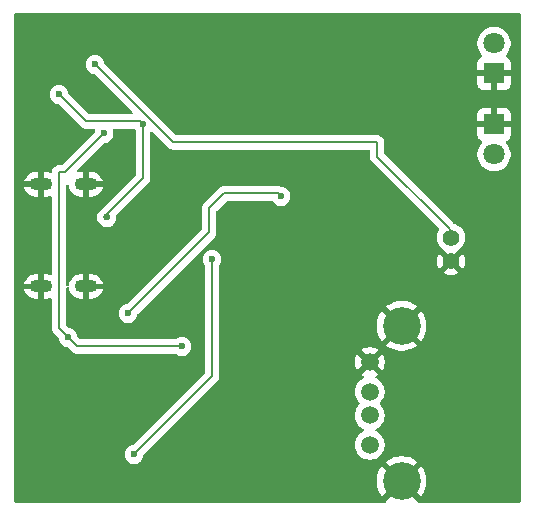
<source format=gbr>
%TF.GenerationSoftware,KiCad,Pcbnew,9.0.7*%
%TF.CreationDate,2026-01-22T17:41:33-08:00*%
%TF.ProjectId,charging-circuit,63686172-6769-46e6-972d-636972637569,rev?*%
%TF.SameCoordinates,Original*%
%TF.FileFunction,Copper,L2,Bot*%
%TF.FilePolarity,Positive*%
%FSLAX46Y46*%
G04 Gerber Fmt 4.6, Leading zero omitted, Abs format (unit mm)*
G04 Created by KiCad (PCBNEW 9.0.7) date 2026-01-22 17:41:33*
%MOMM*%
%LPD*%
G01*
G04 APERTURE LIST*
%TA.AperFunction,ComponentPad*%
%ADD10C,1.400000*%
%TD*%
%TA.AperFunction,ComponentPad*%
%ADD11O,1.900000X1.100000*%
%TD*%
%TA.AperFunction,ComponentPad*%
%ADD12C,1.520000*%
%TD*%
%TA.AperFunction,ComponentPad*%
%ADD13C,3.200000*%
%TD*%
%TA.AperFunction,ComponentPad*%
%ADD14C,1.800000*%
%TD*%
%TA.AperFunction,ComponentPad*%
%ADD15R,1.800000X1.800000*%
%TD*%
%TA.AperFunction,ViaPad*%
%ADD16C,0.600000*%
%TD*%
%TA.AperFunction,Conductor*%
%ADD17C,0.200000*%
%TD*%
G04 APERTURE END LIST*
D10*
%TO.P,U5,1,1*%
%TO.N,GND*%
X84498218Y-77370410D03*
%TO.P,U5,2,2*%
%TO.N,Net-(U4-V_{BAT_SENSE})*%
X84498218Y-75370410D03*
%TD*%
D11*
%TO.P,J1,S1,SHIELD*%
%TO.N,GND*%
X53598000Y-70864000D03*
X49788000Y-70864000D03*
X53598000Y-79504000D03*
X49788000Y-79504000D03*
%TD*%
D12*
%TO.P,J2,4,GND*%
%TO.N,GND*%
X77616000Y-85908000D03*
%TO.P,J2,3,D+*%
%TO.N,Net-(J2-D+)*%
X77616000Y-88408000D03*
%TO.P,J2,2,D-*%
X77616000Y-90408000D03*
%TO.P,J2,1,VBUS*%
%TO.N,/5 Vout*%
X77616000Y-92908000D03*
D13*
%TO.P,J2,5,Shield*%
%TO.N,GND*%
X80316000Y-95978000D03*
X80316000Y-82838000D03*
%TD*%
D14*
%TO.P,H2,2,2*%
%TO.N,/5 Vout*%
X88138000Y-68326000D03*
D15*
%TO.P,H2,1,1*%
%TO.N,GND*%
X88138000Y-65786000D03*
%TD*%
D14*
%TO.P,H1,2,2*%
%TO.N,/12 Vout*%
X88138000Y-58928000D03*
D15*
%TO.P,H1,1,1*%
%TO.N,GND*%
X88138000Y-61468000D03*
%TD*%
D16*
%TO.N,GND*%
X57658000Y-79502000D03*
X59436000Y-82804000D03*
X67056000Y-86868000D03*
X48260000Y-88392000D03*
X53594000Y-63754000D03*
X49022000Y-62230000D03*
X71628000Y-92964000D03*
X60198000Y-89154000D03*
X55118000Y-85852000D03*
X52324000Y-86614000D03*
X59944000Y-69596000D03*
X55880000Y-59182000D03*
X61976000Y-60452000D03*
X52832000Y-60706000D03*
%TO.N,Net-(U3-SW)*%
X64262000Y-77216000D03*
X57658000Y-93726000D03*
%TO.N,Net-(U4-V_{BAT_SENSE})*%
X54356000Y-60706000D03*
%TO.N,/VSYS*%
X55118000Y-66548000D03*
X61722000Y-84582000D03*
%TO.N,/12 Vout*%
X70104000Y-71882000D03*
X57150000Y-81788000D03*
%TO.N,VBUS*%
X55374000Y-73660000D03*
X51308000Y-63246000D03*
X58420000Y-65786000D03*
%TO.N,/VSYS*%
X52070000Y-83820000D03*
%TD*%
D17*
%TO.N,VBUS*%
X58420000Y-65786000D02*
X58166000Y-65532000D01*
X58166000Y-65532000D02*
X53594000Y-65532000D01*
X53594000Y-65532000D02*
X51308000Y-63246000D01*
%TO.N,Net-(U3-SW)*%
X64262000Y-87122000D02*
X57658000Y-93726000D01*
X64262000Y-77216000D02*
X64262000Y-87122000D01*
%TO.N,Net-(U4-V_{BAT_SENSE})*%
X54356000Y-60706000D02*
X60960000Y-67310000D01*
X60960000Y-67310000D02*
X78232000Y-67310000D01*
X78232000Y-67310000D02*
X78232000Y-68506000D01*
X78232000Y-68506000D02*
X84385500Y-74659500D01*
%TO.N,/VSYS*%
X51816000Y-69850000D02*
X51308000Y-69850000D01*
X55118000Y-66548000D02*
X51816000Y-69850000D01*
X51308000Y-83058000D02*
X52070000Y-83820000D01*
X51308000Y-69850000D02*
X51308000Y-83058000D01*
X52832000Y-84582000D02*
X52070000Y-83820000D01*
X61722000Y-84582000D02*
X52832000Y-84582000D01*
%TO.N,/12 Vout*%
X65278000Y-71628000D02*
X69850000Y-71628000D01*
X69850000Y-71628000D02*
X70104000Y-71882000D01*
X64008000Y-74930000D02*
X64008000Y-72898000D01*
X64008000Y-72898000D02*
X65278000Y-71628000D01*
X57150000Y-81788000D02*
X64008000Y-74930000D01*
%TO.N,VBUS*%
X58420000Y-70358000D02*
X55118000Y-73660000D01*
X58420000Y-65786000D02*
X58420000Y-70358000D01*
%TD*%
%TA.AperFunction,Conductor*%
%TO.N,GND*%
G36*
X90374539Y-56400185D02*
G01*
X90420294Y-56452989D01*
X90431500Y-56504500D01*
X90431500Y-97673500D01*
X90411815Y-97740539D01*
X90359011Y-97786294D01*
X90307500Y-97797500D01*
X81735052Y-97797500D01*
X81668013Y-97777815D01*
X81622258Y-97725011D01*
X81611317Y-97665390D01*
X81613686Y-97629239D01*
X80934541Y-96950095D01*
X81065182Y-96855179D01*
X81193179Y-96727182D01*
X81288095Y-96596541D01*
X81967239Y-97275686D01*
X81967241Y-97275686D01*
X82065825Y-97147211D01*
X82065836Y-97147194D01*
X82203472Y-96908802D01*
X82203479Y-96908787D01*
X82308819Y-96654471D01*
X82380069Y-96388565D01*
X82416000Y-96115641D01*
X82416000Y-95840358D01*
X82380069Y-95567434D01*
X82308819Y-95301528D01*
X82203479Y-95047212D01*
X82203472Y-95047197D01*
X82065836Y-94808804D01*
X81967240Y-94680312D01*
X81288094Y-95359457D01*
X81193179Y-95228818D01*
X81065182Y-95100821D01*
X80934541Y-95005904D01*
X81613686Y-94326758D01*
X81485196Y-94228163D01*
X81246802Y-94090527D01*
X81246787Y-94090520D01*
X80992471Y-93985180D01*
X80726565Y-93913930D01*
X80453642Y-93878000D01*
X80178358Y-93878000D01*
X79905434Y-93913930D01*
X79639528Y-93985180D01*
X79385212Y-94090520D01*
X79385197Y-94090527D01*
X79146799Y-94228166D01*
X79018312Y-94326757D01*
X79018312Y-94326758D01*
X79697458Y-95005904D01*
X79566818Y-95100821D01*
X79438821Y-95228818D01*
X79343904Y-95359458D01*
X78664758Y-94680312D01*
X78664757Y-94680312D01*
X78566166Y-94808799D01*
X78428527Y-95047197D01*
X78428520Y-95047212D01*
X78323180Y-95301528D01*
X78251930Y-95567434D01*
X78216000Y-95840358D01*
X78216000Y-96115641D01*
X78251930Y-96388565D01*
X78323180Y-96654471D01*
X78428520Y-96908787D01*
X78428527Y-96908802D01*
X78566163Y-97147196D01*
X78664758Y-97275686D01*
X79343903Y-96596540D01*
X79438821Y-96727182D01*
X79566818Y-96855179D01*
X79697458Y-96950094D01*
X79018311Y-97629241D01*
X79020681Y-97665390D01*
X79005424Y-97733573D01*
X78955725Y-97782684D01*
X78896947Y-97797500D01*
X47614500Y-97797500D01*
X47547461Y-97777815D01*
X47501706Y-97725011D01*
X47490500Y-97673500D01*
X47490500Y-93647153D01*
X56857500Y-93647153D01*
X56857500Y-93804846D01*
X56888261Y-93959489D01*
X56888264Y-93959501D01*
X56948602Y-94105172D01*
X56948609Y-94105185D01*
X57036210Y-94236288D01*
X57036213Y-94236292D01*
X57147707Y-94347786D01*
X57147711Y-94347789D01*
X57278814Y-94435390D01*
X57278827Y-94435397D01*
X57424498Y-94495735D01*
X57424503Y-94495737D01*
X57579153Y-94526499D01*
X57579156Y-94526500D01*
X57579158Y-94526500D01*
X57736844Y-94526500D01*
X57736845Y-94526499D01*
X57891497Y-94495737D01*
X58037179Y-94435394D01*
X58168289Y-94347789D01*
X58189321Y-94326757D01*
X58229049Y-94287030D01*
X58279786Y-94236292D01*
X58279789Y-94236289D01*
X58367394Y-94105179D01*
X58427737Y-93959497D01*
X58447113Y-93862085D01*
X58458638Y-93804150D01*
X58491023Y-93742239D01*
X58492518Y-93740716D01*
X63924443Y-88308790D01*
X76355500Y-88308790D01*
X76355500Y-88507209D01*
X76386536Y-88703162D01*
X76386537Y-88703168D01*
X76433140Y-88846596D01*
X76447850Y-88891868D01*
X76509021Y-89011922D01*
X76537923Y-89068646D01*
X76654544Y-89229161D01*
X76654546Y-89229163D01*
X76745702Y-89320319D01*
X76779187Y-89381642D01*
X76774203Y-89451334D01*
X76745702Y-89495681D01*
X76654546Y-89586836D01*
X76654546Y-89586837D01*
X76654544Y-89586839D01*
X76600477Y-89661255D01*
X76537926Y-89747349D01*
X76537924Y-89747352D01*
X76447850Y-89924131D01*
X76417193Y-90018484D01*
X76386537Y-90112832D01*
X76386536Y-90112835D01*
X76386536Y-90112837D01*
X76355500Y-90308790D01*
X76355500Y-90507209D01*
X76386536Y-90703162D01*
X76386537Y-90703168D01*
X76433140Y-90846596D01*
X76447850Y-90891868D01*
X76509021Y-91011922D01*
X76537923Y-91068646D01*
X76654544Y-91229161D01*
X76794839Y-91369456D01*
X76955354Y-91486077D01*
X77069611Y-91544293D01*
X77075934Y-91547515D01*
X77126730Y-91595490D01*
X77143525Y-91663311D01*
X77120988Y-91729446D01*
X77075934Y-91768485D01*
X76955352Y-91829924D01*
X76955349Y-91829926D01*
X76869255Y-91892477D01*
X76794839Y-91946544D01*
X76794837Y-91946546D01*
X76794836Y-91946546D01*
X76654546Y-92086836D01*
X76654546Y-92086837D01*
X76654544Y-92086839D01*
X76600477Y-92161255D01*
X76537926Y-92247349D01*
X76537924Y-92247352D01*
X76447850Y-92424131D01*
X76417193Y-92518484D01*
X76386537Y-92612832D01*
X76386536Y-92612835D01*
X76386536Y-92612837D01*
X76355500Y-92808790D01*
X76355500Y-93007209D01*
X76370864Y-93104211D01*
X76386537Y-93203168D01*
X76390613Y-93215711D01*
X76447850Y-93391868D01*
X76499130Y-93492510D01*
X76537923Y-93568646D01*
X76654544Y-93729161D01*
X76794839Y-93869456D01*
X76955354Y-93986077D01*
X77068800Y-94043880D01*
X77132131Y-94076149D01*
X77132133Y-94076149D01*
X77132136Y-94076151D01*
X77320832Y-94137463D01*
X77418814Y-94152981D01*
X77516791Y-94168500D01*
X77516796Y-94168500D01*
X77715209Y-94168500D01*
X77804278Y-94154392D01*
X77911168Y-94137463D01*
X78099864Y-94076151D01*
X78276646Y-93986077D01*
X78437161Y-93869456D01*
X78577456Y-93729161D01*
X78694077Y-93568646D01*
X78784151Y-93391864D01*
X78845463Y-93203168D01*
X78862392Y-93096278D01*
X78876500Y-93007209D01*
X78876500Y-92808790D01*
X78859570Y-92701906D01*
X78845463Y-92612832D01*
X78784151Y-92424136D01*
X78784149Y-92424133D01*
X78784149Y-92424131D01*
X78751880Y-92360800D01*
X78694077Y-92247354D01*
X78577456Y-92086839D01*
X78437161Y-91946544D01*
X78276646Y-91829923D01*
X78156063Y-91768484D01*
X78105269Y-91720511D01*
X78088474Y-91652690D01*
X78111011Y-91586555D01*
X78156063Y-91547516D01*
X78276646Y-91486077D01*
X78437161Y-91369456D01*
X78577456Y-91229161D01*
X78694077Y-91068646D01*
X78784151Y-90891864D01*
X78845463Y-90703168D01*
X78862392Y-90596278D01*
X78876500Y-90507209D01*
X78876500Y-90308790D01*
X78859570Y-90201906D01*
X78845463Y-90112832D01*
X78784151Y-89924136D01*
X78784149Y-89924133D01*
X78784149Y-89924131D01*
X78751880Y-89860800D01*
X78694077Y-89747354D01*
X78577456Y-89586839D01*
X78486298Y-89495681D01*
X78452813Y-89434358D01*
X78457797Y-89364666D01*
X78486298Y-89320319D01*
X78577456Y-89229161D01*
X78694077Y-89068646D01*
X78784151Y-88891864D01*
X78845463Y-88703168D01*
X78862392Y-88596278D01*
X78876500Y-88507209D01*
X78876500Y-88308790D01*
X78859570Y-88201906D01*
X78845463Y-88112832D01*
X78784151Y-87924136D01*
X78784149Y-87924133D01*
X78784149Y-87924131D01*
X78751880Y-87860800D01*
X78694077Y-87747354D01*
X78577456Y-87586839D01*
X78437161Y-87446544D01*
X78276646Y-87329923D01*
X78155513Y-87268203D01*
X78104718Y-87220230D01*
X78087923Y-87152409D01*
X78110460Y-87086274D01*
X78155514Y-87047234D01*
X78276383Y-86985648D01*
X78313283Y-86958837D01*
X78313284Y-86958836D01*
X77712745Y-86358297D01*
X77793551Y-86336646D01*
X77898443Y-86276087D01*
X77984087Y-86190443D01*
X78044646Y-86085551D01*
X78066297Y-86004745D01*
X78666836Y-86605284D01*
X78666837Y-86605283D01*
X78693648Y-86568382D01*
X78783688Y-86391672D01*
X78783689Y-86391669D01*
X78844973Y-86203052D01*
X78876000Y-86007163D01*
X78876000Y-85808836D01*
X78844973Y-85612947D01*
X78783689Y-85424330D01*
X78783688Y-85424327D01*
X78693645Y-85247612D01*
X78666838Y-85210715D01*
X78666837Y-85210714D01*
X78066297Y-85811254D01*
X78044646Y-85730449D01*
X77984087Y-85625557D01*
X77898443Y-85539913D01*
X77793551Y-85479354D01*
X77712744Y-85457701D01*
X78313283Y-84857161D01*
X78276380Y-84830350D01*
X78099672Y-84740311D01*
X78099669Y-84740310D01*
X77911052Y-84679026D01*
X77715163Y-84648000D01*
X77516837Y-84648000D01*
X77320947Y-84679026D01*
X77132330Y-84740310D01*
X77132322Y-84740313D01*
X76955615Y-84830352D01*
X76918715Y-84857160D01*
X76918715Y-84857161D01*
X77519255Y-85457701D01*
X77438449Y-85479354D01*
X77333557Y-85539913D01*
X77247913Y-85625557D01*
X77187354Y-85730449D01*
X77165701Y-85811255D01*
X76565161Y-85210715D01*
X76565160Y-85210715D01*
X76538352Y-85247615D01*
X76448313Y-85424322D01*
X76448310Y-85424330D01*
X76387026Y-85612947D01*
X76356000Y-85808836D01*
X76356000Y-86007163D01*
X76387026Y-86203052D01*
X76448310Y-86391669D01*
X76448311Y-86391672D01*
X76538350Y-86568380D01*
X76565161Y-86605283D01*
X77165701Y-86004743D01*
X77187354Y-86085551D01*
X77247913Y-86190443D01*
X77333557Y-86276087D01*
X77438449Y-86336646D01*
X77519254Y-86358297D01*
X76918714Y-86958837D01*
X76918715Y-86958838D01*
X76955612Y-86985645D01*
X77076485Y-87047234D01*
X77127281Y-87095209D01*
X77144076Y-87163030D01*
X77121539Y-87229165D01*
X77076485Y-87268204D01*
X76955352Y-87329924D01*
X76955349Y-87329926D01*
X76869255Y-87392477D01*
X76794839Y-87446544D01*
X76794837Y-87446546D01*
X76794836Y-87446546D01*
X76654546Y-87586836D01*
X76654546Y-87586837D01*
X76654544Y-87586839D01*
X76635732Y-87612732D01*
X76537926Y-87747349D01*
X76537924Y-87747352D01*
X76447850Y-87924131D01*
X76417193Y-88018484D01*
X76386537Y-88112832D01*
X76386536Y-88112835D01*
X76386536Y-88112837D01*
X76355500Y-88308790D01*
X63924443Y-88308790D01*
X64620506Y-87612727D01*
X64620511Y-87612724D01*
X64630714Y-87602520D01*
X64630716Y-87602520D01*
X64742520Y-87490716D01*
X64821577Y-87353784D01*
X64862500Y-87201057D01*
X64862500Y-82700358D01*
X78216000Y-82700358D01*
X78216000Y-82975641D01*
X78251930Y-83248565D01*
X78323180Y-83514471D01*
X78428520Y-83768787D01*
X78428527Y-83768802D01*
X78566163Y-84007196D01*
X78664758Y-84135686D01*
X79343903Y-83456540D01*
X79438821Y-83587182D01*
X79566818Y-83715179D01*
X79697458Y-83810094D01*
X79018312Y-84489240D01*
X79146804Y-84587836D01*
X79385197Y-84725472D01*
X79385212Y-84725479D01*
X79639528Y-84830819D01*
X79905434Y-84902069D01*
X80178358Y-84938000D01*
X80453642Y-84938000D01*
X80726565Y-84902069D01*
X80992471Y-84830819D01*
X81246787Y-84725479D01*
X81246802Y-84725472D01*
X81485194Y-84587836D01*
X81485211Y-84587825D01*
X81613686Y-84489241D01*
X81613686Y-84489239D01*
X80934541Y-83810095D01*
X81065182Y-83715179D01*
X81193179Y-83587182D01*
X81288095Y-83456541D01*
X81967239Y-84135686D01*
X81967241Y-84135686D01*
X82065825Y-84007211D01*
X82065836Y-84007194D01*
X82203472Y-83768802D01*
X82203479Y-83768787D01*
X82308819Y-83514471D01*
X82380069Y-83248565D01*
X82416000Y-82975641D01*
X82416000Y-82700358D01*
X82380069Y-82427434D01*
X82308819Y-82161528D01*
X82203479Y-81907212D01*
X82203472Y-81907197D01*
X82065836Y-81668804D01*
X81967240Y-81540312D01*
X81288094Y-82219457D01*
X81193179Y-82088818D01*
X81065182Y-81960821D01*
X80934541Y-81865904D01*
X81613686Y-81186758D01*
X81485196Y-81088163D01*
X81246802Y-80950527D01*
X81246787Y-80950520D01*
X80992471Y-80845180D01*
X80726565Y-80773930D01*
X80453642Y-80738000D01*
X80178358Y-80738000D01*
X79905434Y-80773930D01*
X79639528Y-80845180D01*
X79385212Y-80950520D01*
X79385197Y-80950527D01*
X79146799Y-81088166D01*
X79018312Y-81186757D01*
X79018312Y-81186758D01*
X79697458Y-81865904D01*
X79566818Y-81960821D01*
X79438821Y-82088818D01*
X79343904Y-82219458D01*
X78664758Y-81540312D01*
X78664757Y-81540312D01*
X78566166Y-81668799D01*
X78428527Y-81907197D01*
X78428520Y-81907212D01*
X78323180Y-82161528D01*
X78251930Y-82427434D01*
X78216000Y-82700358D01*
X64862500Y-82700358D01*
X64862500Y-77795765D01*
X64882185Y-77728726D01*
X64883398Y-77726874D01*
X64885343Y-77723964D01*
X64971394Y-77595179D01*
X65031737Y-77449497D01*
X65062500Y-77294842D01*
X65062500Y-77137158D01*
X65062500Y-77137155D01*
X65062499Y-77137153D01*
X65031738Y-76982510D01*
X65031737Y-76982503D01*
X65031735Y-76982498D01*
X64971397Y-76836827D01*
X64971390Y-76836814D01*
X64883789Y-76705711D01*
X64883786Y-76705707D01*
X64772292Y-76594213D01*
X64772288Y-76594210D01*
X64641185Y-76506609D01*
X64641172Y-76506602D01*
X64495501Y-76446264D01*
X64495489Y-76446261D01*
X64340845Y-76415500D01*
X64340842Y-76415500D01*
X64183158Y-76415500D01*
X64183155Y-76415500D01*
X64028510Y-76446261D01*
X64028498Y-76446264D01*
X63882827Y-76506602D01*
X63882814Y-76506609D01*
X63751711Y-76594210D01*
X63751707Y-76594213D01*
X63640213Y-76705707D01*
X63640210Y-76705711D01*
X63552609Y-76836814D01*
X63552602Y-76836827D01*
X63492264Y-76982498D01*
X63492261Y-76982510D01*
X63461500Y-77137153D01*
X63461500Y-77294846D01*
X63492261Y-77449489D01*
X63492264Y-77449501D01*
X63552602Y-77595172D01*
X63552609Y-77595185D01*
X63631595Y-77713395D01*
X63638657Y-77723964D01*
X63640602Y-77726874D01*
X63661480Y-77793551D01*
X63661500Y-77795765D01*
X63661500Y-86821903D01*
X63641815Y-86888942D01*
X63625181Y-86909584D01*
X57643339Y-92891425D01*
X57582016Y-92924910D01*
X57579850Y-92925361D01*
X57424508Y-92956261D01*
X57424498Y-92956264D01*
X57278827Y-93016602D01*
X57278814Y-93016609D01*
X57147711Y-93104210D01*
X57147707Y-93104213D01*
X57036213Y-93215707D01*
X57036210Y-93215711D01*
X56948609Y-93346814D01*
X56948602Y-93346827D01*
X56888264Y-93492498D01*
X56888261Y-93492510D01*
X56857500Y-93647153D01*
X47490500Y-93647153D01*
X47490500Y-70614000D01*
X48367157Y-70614000D01*
X49143010Y-70614000D01*
X49107922Y-70649088D01*
X49061842Y-70728901D01*
X49037989Y-70817920D01*
X49037989Y-70910080D01*
X49061842Y-70999099D01*
X49107922Y-71078912D01*
X49143010Y-71114000D01*
X48367157Y-71114000D01*
X48378350Y-71170274D01*
X48378351Y-71170276D01*
X48457500Y-71361358D01*
X48457505Y-71361368D01*
X48572410Y-71533335D01*
X48572413Y-71533339D01*
X48718660Y-71679586D01*
X48718664Y-71679589D01*
X48890631Y-71794494D01*
X48890641Y-71794499D01*
X49081725Y-71873649D01*
X49081733Y-71873651D01*
X49284579Y-71913999D01*
X49284583Y-71914000D01*
X49538000Y-71914000D01*
X49538000Y-71214012D01*
X50038000Y-71214012D01*
X50038000Y-71914000D01*
X50291417Y-71914000D01*
X50291420Y-71913999D01*
X50494266Y-71873651D01*
X50494275Y-71873649D01*
X50536045Y-71856347D01*
X50605515Y-71848877D01*
X50667994Y-71880151D01*
X50703648Y-71940239D01*
X50707500Y-71970907D01*
X50707500Y-78397092D01*
X50687815Y-78464131D01*
X50635011Y-78509886D01*
X50565853Y-78519830D01*
X50536048Y-78511653D01*
X50494278Y-78494351D01*
X50494266Y-78494348D01*
X50291420Y-78454000D01*
X50038000Y-78454000D01*
X50038000Y-79153988D01*
X49538000Y-79153988D01*
X49538000Y-78454000D01*
X49284579Y-78454000D01*
X49081733Y-78494348D01*
X49081725Y-78494350D01*
X48890641Y-78573500D01*
X48890631Y-78573505D01*
X48718664Y-78688410D01*
X48718660Y-78688413D01*
X48572413Y-78834660D01*
X48572410Y-78834664D01*
X48457505Y-79006631D01*
X48457500Y-79006641D01*
X48378351Y-79197723D01*
X48378350Y-79197725D01*
X48367157Y-79254000D01*
X49143010Y-79254000D01*
X49107922Y-79289088D01*
X49061842Y-79368901D01*
X49037989Y-79457920D01*
X49037989Y-79550080D01*
X49061842Y-79639099D01*
X49107922Y-79718912D01*
X49143010Y-79754000D01*
X48367157Y-79754000D01*
X48378350Y-79810274D01*
X48378351Y-79810276D01*
X48457500Y-80001358D01*
X48457505Y-80001368D01*
X48572410Y-80173335D01*
X48572413Y-80173339D01*
X48718660Y-80319586D01*
X48718664Y-80319589D01*
X48890631Y-80434494D01*
X48890641Y-80434499D01*
X49081725Y-80513649D01*
X49081733Y-80513651D01*
X49284579Y-80553999D01*
X49284583Y-80554000D01*
X49538000Y-80554000D01*
X49538000Y-79854012D01*
X50038000Y-79854012D01*
X50038000Y-80554000D01*
X50291417Y-80554000D01*
X50291420Y-80553999D01*
X50494266Y-80513651D01*
X50494275Y-80513649D01*
X50536045Y-80496347D01*
X50605515Y-80488877D01*
X50667994Y-80520151D01*
X50703648Y-80580239D01*
X50707500Y-80610907D01*
X50707500Y-82971330D01*
X50707499Y-82971348D01*
X50707499Y-83137054D01*
X50707498Y-83137054D01*
X50748423Y-83289786D01*
X50762820Y-83314720D01*
X50762821Y-83314725D01*
X50762823Y-83314725D01*
X50827479Y-83426714D01*
X50827481Y-83426717D01*
X50946349Y-83545585D01*
X50946355Y-83545590D01*
X51235425Y-83834660D01*
X51268910Y-83895983D01*
X51269361Y-83898149D01*
X51300261Y-84053491D01*
X51300264Y-84053501D01*
X51360602Y-84199172D01*
X51360609Y-84199185D01*
X51448210Y-84330288D01*
X51448213Y-84330292D01*
X51559707Y-84441786D01*
X51559711Y-84441789D01*
X51690814Y-84529390D01*
X51690827Y-84529397D01*
X51836498Y-84589735D01*
X51836503Y-84589737D01*
X51901147Y-84602595D01*
X51991849Y-84620638D01*
X52053760Y-84653023D01*
X52055334Y-84654569D01*
X52463284Y-85062520D01*
X52463286Y-85062521D01*
X52463290Y-85062524D01*
X52600209Y-85141573D01*
X52600216Y-85141577D01*
X52752943Y-85182501D01*
X52752945Y-85182501D01*
X52918654Y-85182501D01*
X52918670Y-85182500D01*
X61142234Y-85182500D01*
X61209273Y-85202185D01*
X61211125Y-85203398D01*
X61342814Y-85291390D01*
X61342827Y-85291397D01*
X61488498Y-85351735D01*
X61488503Y-85351737D01*
X61643153Y-85382499D01*
X61643156Y-85382500D01*
X61643158Y-85382500D01*
X61800844Y-85382500D01*
X61800845Y-85382499D01*
X61955497Y-85351737D01*
X62101179Y-85291394D01*
X62232289Y-85203789D01*
X62343789Y-85092289D01*
X62431394Y-84961179D01*
X62491737Y-84815497D01*
X62522500Y-84660842D01*
X62522500Y-84503158D01*
X62522500Y-84503155D01*
X62522499Y-84503153D01*
X62519732Y-84489241D01*
X62491737Y-84348503D01*
X62484192Y-84330288D01*
X62431397Y-84202827D01*
X62431390Y-84202814D01*
X62343789Y-84071711D01*
X62343786Y-84071707D01*
X62232292Y-83960213D01*
X62232288Y-83960210D01*
X62101185Y-83872609D01*
X62101172Y-83872602D01*
X61955501Y-83812264D01*
X61955489Y-83812261D01*
X61800845Y-83781500D01*
X61800842Y-83781500D01*
X61643158Y-83781500D01*
X61643155Y-83781500D01*
X61488510Y-83812261D01*
X61488498Y-83812264D01*
X61342827Y-83872602D01*
X61342814Y-83872609D01*
X61211125Y-83960602D01*
X61144447Y-83981480D01*
X61142234Y-83981500D01*
X53132098Y-83981500D01*
X53102657Y-83972855D01*
X53072671Y-83966332D01*
X53067655Y-83962577D01*
X53065059Y-83961815D01*
X53044417Y-83945181D01*
X52904573Y-83805337D01*
X52871088Y-83744014D01*
X52870637Y-83741847D01*
X52839738Y-83586510D01*
X52839737Y-83586503D01*
X52839735Y-83586498D01*
X52779397Y-83440827D01*
X52779390Y-83440814D01*
X52691789Y-83309711D01*
X52691786Y-83309707D01*
X52580292Y-83198213D01*
X52580288Y-83198210D01*
X52449185Y-83110609D01*
X52449172Y-83110602D01*
X52303501Y-83050264D01*
X52303491Y-83050261D01*
X52148151Y-83019362D01*
X52131394Y-83010596D01*
X52112916Y-83006577D01*
X52087877Y-82987832D01*
X52086241Y-82986977D01*
X52084662Y-82985426D01*
X51944819Y-82845583D01*
X51911334Y-82784260D01*
X51908500Y-82757902D01*
X51908500Y-81709153D01*
X56349500Y-81709153D01*
X56349500Y-81866846D01*
X56380261Y-82021489D01*
X56380264Y-82021501D01*
X56440602Y-82167172D01*
X56440609Y-82167185D01*
X56528210Y-82298288D01*
X56528213Y-82298292D01*
X56639707Y-82409786D01*
X56639711Y-82409789D01*
X56770814Y-82497390D01*
X56770827Y-82497397D01*
X56916498Y-82557735D01*
X56916503Y-82557737D01*
X57071153Y-82588499D01*
X57071156Y-82588500D01*
X57071158Y-82588500D01*
X57228844Y-82588500D01*
X57228845Y-82588499D01*
X57383497Y-82557737D01*
X57529179Y-82497394D01*
X57660289Y-82409789D01*
X57771789Y-82298289D01*
X57859394Y-82167179D01*
X57919737Y-82021497D01*
X57942473Y-81907197D01*
X57950638Y-81866150D01*
X57983023Y-81804239D01*
X57984518Y-81802716D01*
X64488520Y-75298716D01*
X64567577Y-75161784D01*
X64608501Y-75009057D01*
X64608501Y-74850942D01*
X64608501Y-74843347D01*
X64608500Y-74843329D01*
X64608500Y-73198097D01*
X64628185Y-73131058D01*
X64644819Y-73110416D01*
X65490416Y-72264819D01*
X65551739Y-72231334D01*
X65578097Y-72228500D01*
X69306491Y-72228500D01*
X69373530Y-72248185D01*
X69409593Y-72283609D01*
X69482210Y-72392288D01*
X69482213Y-72392292D01*
X69593707Y-72503786D01*
X69593711Y-72503789D01*
X69724814Y-72591390D01*
X69724827Y-72591397D01*
X69870498Y-72651735D01*
X69870503Y-72651737D01*
X70025153Y-72682499D01*
X70025156Y-72682500D01*
X70025158Y-72682500D01*
X70182844Y-72682500D01*
X70182845Y-72682499D01*
X70337497Y-72651737D01*
X70483179Y-72591394D01*
X70614289Y-72503789D01*
X70725789Y-72392289D01*
X70813394Y-72261179D01*
X70873737Y-72115497D01*
X70904500Y-71960842D01*
X70904500Y-71803158D01*
X70904500Y-71803155D01*
X70904499Y-71803153D01*
X70873738Y-71648510D01*
X70873737Y-71648503D01*
X70826035Y-71533339D01*
X70813397Y-71502827D01*
X70813390Y-71502814D01*
X70725789Y-71371711D01*
X70725786Y-71371707D01*
X70614292Y-71260213D01*
X70614288Y-71260210D01*
X70483185Y-71172609D01*
X70483172Y-71172602D01*
X70337501Y-71112264D01*
X70337489Y-71112261D01*
X70182845Y-71081500D01*
X70182842Y-71081500D01*
X70137661Y-71081500D01*
X70090417Y-71068835D01*
X70089299Y-71071535D01*
X70081789Y-71068424D01*
X70069263Y-71065067D01*
X69929057Y-71027499D01*
X69770943Y-71027499D01*
X69763347Y-71027499D01*
X69763331Y-71027500D01*
X65357057Y-71027500D01*
X65198942Y-71027500D01*
X65046215Y-71068423D01*
X65046214Y-71068423D01*
X65046212Y-71068424D01*
X65046209Y-71068425D01*
X64996096Y-71097359D01*
X64996095Y-71097360D01*
X64952689Y-71122420D01*
X64909285Y-71147479D01*
X64909282Y-71147481D01*
X63527481Y-72529282D01*
X63527480Y-72529284D01*
X63491621Y-72591394D01*
X63448423Y-72666215D01*
X63407499Y-72818943D01*
X63407499Y-72818945D01*
X63407499Y-72987046D01*
X63407500Y-72987059D01*
X63407500Y-74629902D01*
X63387815Y-74696941D01*
X63371181Y-74717583D01*
X57135339Y-80953425D01*
X57074016Y-80986910D01*
X57071850Y-80987361D01*
X56916508Y-81018261D01*
X56916498Y-81018264D01*
X56770827Y-81078602D01*
X56770814Y-81078609D01*
X56639711Y-81166210D01*
X56639707Y-81166213D01*
X56528213Y-81277707D01*
X56528210Y-81277711D01*
X56440609Y-81408814D01*
X56440602Y-81408827D01*
X56380264Y-81554498D01*
X56380261Y-81554510D01*
X56349500Y-81709153D01*
X51908500Y-81709153D01*
X51908500Y-79662362D01*
X51928185Y-79595323D01*
X51980989Y-79549568D01*
X52050147Y-79539624D01*
X52113703Y-79568649D01*
X52151477Y-79627427D01*
X52154117Y-79638171D01*
X52188348Y-79810267D01*
X52188350Y-79810274D01*
X52267500Y-80001358D01*
X52267505Y-80001368D01*
X52382410Y-80173335D01*
X52382413Y-80173339D01*
X52528660Y-80319586D01*
X52528664Y-80319589D01*
X52700631Y-80434494D01*
X52700641Y-80434499D01*
X52891725Y-80513649D01*
X52891733Y-80513651D01*
X53094579Y-80553999D01*
X53094583Y-80554000D01*
X53348000Y-80554000D01*
X53348000Y-79854012D01*
X53848000Y-79854012D01*
X53848000Y-80554000D01*
X54101417Y-80554000D01*
X54101420Y-80553999D01*
X54304266Y-80513651D01*
X54304274Y-80513649D01*
X54495358Y-80434499D01*
X54495368Y-80434494D01*
X54667335Y-80319589D01*
X54667339Y-80319586D01*
X54813586Y-80173339D01*
X54813589Y-80173335D01*
X54928494Y-80001368D01*
X54928499Y-80001358D01*
X55007648Y-79810276D01*
X55007649Y-79810274D01*
X55018843Y-79754000D01*
X54242990Y-79754000D01*
X54278078Y-79718912D01*
X54324158Y-79639099D01*
X54348011Y-79550080D01*
X54348011Y-79457920D01*
X54324158Y-79368901D01*
X54278078Y-79289088D01*
X54242990Y-79254000D01*
X55018843Y-79254000D01*
X55007649Y-79197725D01*
X55007648Y-79197723D01*
X54928499Y-79006641D01*
X54928494Y-79006631D01*
X54813589Y-78834664D01*
X54813586Y-78834660D01*
X54667339Y-78688413D01*
X54667335Y-78688410D01*
X54495368Y-78573505D01*
X54495358Y-78573500D01*
X54304274Y-78494350D01*
X54304266Y-78494348D01*
X54101420Y-78454000D01*
X53848000Y-78454000D01*
X53848000Y-79153988D01*
X53348000Y-79153988D01*
X53348000Y-78454000D01*
X53094579Y-78454000D01*
X52891733Y-78494348D01*
X52891725Y-78494350D01*
X52700641Y-78573500D01*
X52700631Y-78573505D01*
X52528664Y-78688410D01*
X52528660Y-78688413D01*
X52382413Y-78834660D01*
X52382410Y-78834664D01*
X52267505Y-79006631D01*
X52267500Y-79006641D01*
X52188350Y-79197725D01*
X52188348Y-79197733D01*
X52154117Y-79369828D01*
X52121733Y-79431739D01*
X52061017Y-79466313D01*
X51991248Y-79462574D01*
X51934575Y-79421708D01*
X51908994Y-79356690D01*
X51908500Y-79345637D01*
X51908500Y-71022362D01*
X51928185Y-70955323D01*
X51980989Y-70909568D01*
X52050147Y-70899624D01*
X52113703Y-70928649D01*
X52151477Y-70987427D01*
X52154117Y-70998171D01*
X52188348Y-71170267D01*
X52188350Y-71170274D01*
X52267500Y-71361358D01*
X52267505Y-71361368D01*
X52382410Y-71533335D01*
X52382413Y-71533339D01*
X52528660Y-71679586D01*
X52528664Y-71679589D01*
X52700631Y-71794494D01*
X52700641Y-71794499D01*
X52891725Y-71873649D01*
X52891733Y-71873651D01*
X53094579Y-71913999D01*
X53094583Y-71914000D01*
X53348000Y-71914000D01*
X53348000Y-71214012D01*
X53848000Y-71214012D01*
X53848000Y-71914000D01*
X54101417Y-71914000D01*
X54101420Y-71913999D01*
X54304266Y-71873651D01*
X54304274Y-71873649D01*
X54495358Y-71794499D01*
X54495368Y-71794494D01*
X54667335Y-71679589D01*
X54667339Y-71679586D01*
X54813586Y-71533339D01*
X54813589Y-71533335D01*
X54928494Y-71361368D01*
X54928499Y-71361358D01*
X55007648Y-71170276D01*
X55007649Y-71170274D01*
X55018843Y-71114000D01*
X54242990Y-71114000D01*
X54278078Y-71078912D01*
X54324158Y-70999099D01*
X54348011Y-70910080D01*
X54348011Y-70817920D01*
X54324158Y-70728901D01*
X54278078Y-70649088D01*
X54242990Y-70614000D01*
X55018843Y-70614000D01*
X55007649Y-70557725D01*
X55007648Y-70557723D01*
X54928499Y-70366641D01*
X54928494Y-70366631D01*
X54813589Y-70194664D01*
X54813586Y-70194660D01*
X54667339Y-70048413D01*
X54667335Y-70048410D01*
X54495368Y-69933505D01*
X54495358Y-69933500D01*
X54304274Y-69854350D01*
X54304266Y-69854348D01*
X54101420Y-69814000D01*
X53848000Y-69814000D01*
X53848000Y-70513988D01*
X53348000Y-70513988D01*
X53348000Y-69814000D01*
X53094585Y-69814000D01*
X53004481Y-69831922D01*
X52934890Y-69825693D01*
X52879713Y-69782830D01*
X52856469Y-69716940D01*
X52872537Y-69648943D01*
X52892606Y-69622628D01*
X55132662Y-67382572D01*
X55193983Y-67349089D01*
X55196150Y-67348638D01*
X55265605Y-67334822D01*
X55351497Y-67317737D01*
X55497179Y-67257394D01*
X55628289Y-67169789D01*
X55739789Y-67058289D01*
X55827394Y-66927179D01*
X55828090Y-66925500D01*
X55841067Y-66894166D01*
X55887737Y-66781497D01*
X55918500Y-66626842D01*
X55918500Y-66469158D01*
X55918500Y-66469155D01*
X55918499Y-66469153D01*
X55915099Y-66452058D01*
X55887737Y-66314503D01*
X55883367Y-66303952D01*
X55875898Y-66234482D01*
X55907174Y-66172003D01*
X55967263Y-66136352D01*
X55997928Y-66132500D01*
X57622491Y-66132500D01*
X57630108Y-66134736D01*
X57637944Y-66133467D01*
X57663153Y-66144440D01*
X57689530Y-66152185D01*
X57696359Y-66158893D01*
X57702008Y-66161352D01*
X57725593Y-66187609D01*
X57798602Y-66296874D01*
X57819480Y-66363551D01*
X57819500Y-66365765D01*
X57819500Y-70057902D01*
X57799815Y-70124941D01*
X57783181Y-70145583D01*
X54953245Y-72975518D01*
X54934458Y-72990937D01*
X54863709Y-73038212D01*
X54752212Y-73149709D01*
X54704939Y-73220455D01*
X54689522Y-73239241D01*
X54637482Y-73291282D01*
X54558423Y-73428214D01*
X54558423Y-73428215D01*
X54517499Y-73580943D01*
X54517499Y-73580945D01*
X54517499Y-73739054D01*
X54517498Y-73739054D01*
X54517499Y-73739057D01*
X54558423Y-73891785D01*
X54637481Y-74028716D01*
X54637483Y-74028718D01*
X54689520Y-74080755D01*
X54704941Y-74099545D01*
X54752210Y-74170288D01*
X54752213Y-74170292D01*
X54863707Y-74281786D01*
X54863711Y-74281789D01*
X54994814Y-74369390D01*
X54994827Y-74369397D01*
X55140498Y-74429735D01*
X55140503Y-74429737D01*
X55295153Y-74460499D01*
X55295156Y-74460500D01*
X55295158Y-74460500D01*
X55452844Y-74460500D01*
X55452845Y-74460499D01*
X55607497Y-74429737D01*
X55753179Y-74369394D01*
X55884289Y-74281789D01*
X55995789Y-74170289D01*
X56083394Y-74039179D01*
X56143737Y-73893497D01*
X56174500Y-73738842D01*
X56174500Y-73581158D01*
X56166123Y-73539045D01*
X56172349Y-73469457D01*
X56200057Y-73427176D01*
X58788713Y-70838521D01*
X58788716Y-70838520D01*
X58900520Y-70726716D01*
X58950639Y-70639904D01*
X58979577Y-70589785D01*
X59020500Y-70437057D01*
X59020500Y-70278943D01*
X59020500Y-66519097D01*
X59040185Y-66452058D01*
X59092989Y-66406303D01*
X59162147Y-66396359D01*
X59225703Y-66425384D01*
X59232181Y-66431416D01*
X60475139Y-67674374D01*
X60475149Y-67674385D01*
X60479479Y-67678715D01*
X60479480Y-67678716D01*
X60591284Y-67790520D01*
X60591286Y-67790521D01*
X60591290Y-67790524D01*
X60728209Y-67869573D01*
X60728216Y-67869577D01*
X60840019Y-67899534D01*
X60880942Y-67910500D01*
X60880943Y-67910500D01*
X77507500Y-67910500D01*
X77574539Y-67930185D01*
X77620294Y-67982989D01*
X77631500Y-68034500D01*
X77631500Y-68419330D01*
X77631499Y-68419348D01*
X77631499Y-68585054D01*
X77631498Y-68585054D01*
X77672423Y-68737785D01*
X77701358Y-68787900D01*
X77701359Y-68787904D01*
X77701360Y-68787904D01*
X77751479Y-68874714D01*
X77751481Y-68874717D01*
X77870349Y-68993585D01*
X77870355Y-68993590D01*
X83458226Y-74581461D01*
X83491711Y-74642784D01*
X83486727Y-74712476D01*
X83473652Y-74736839D01*
X83474004Y-74737055D01*
X83471462Y-74741202D01*
X83385672Y-74909573D01*
X83327277Y-75089291D01*
X83297718Y-75275923D01*
X83297718Y-75464896D01*
X83327277Y-75651528D01*
X83385672Y-75831246D01*
X83471458Y-75999609D01*
X83582528Y-76152483D01*
X83716145Y-76286100D01*
X83869019Y-76397170D01*
X83870913Y-76398135D01*
X83872626Y-76399379D01*
X83873167Y-76399711D01*
X83873140Y-76399753D01*
X83902301Y-76420939D01*
X84409624Y-76928262D01*
X84324520Y-76951066D01*
X84221904Y-77010311D01*
X84138119Y-77094096D01*
X84078874Y-77196712D01*
X84056070Y-77281815D01*
X83490334Y-76716079D01*
X83490334Y-76716080D01*
X83471887Y-76741470D01*
X83386132Y-76909772D01*
X83327766Y-77089407D01*
X83298218Y-77275962D01*
X83298218Y-77464857D01*
X83327766Y-77651412D01*
X83386132Y-77831047D01*
X83471884Y-77999343D01*
X83490334Y-78024738D01*
X84056070Y-77459003D01*
X84078874Y-77544108D01*
X84138119Y-77646724D01*
X84221904Y-77730509D01*
X84324520Y-77789754D01*
X84409623Y-77812557D01*
X83843887Y-78378292D01*
X83843888Y-78378293D01*
X83869277Y-78396739D01*
X84037580Y-78482495D01*
X84217215Y-78540861D01*
X84403771Y-78570410D01*
X84592665Y-78570410D01*
X84779220Y-78540861D01*
X84958855Y-78482495D01*
X85127155Y-78396741D01*
X85152546Y-78378293D01*
X85152546Y-78378292D01*
X84586812Y-77812557D01*
X84671916Y-77789754D01*
X84774532Y-77730509D01*
X84858317Y-77646724D01*
X84917562Y-77544108D01*
X84940365Y-77459003D01*
X85506100Y-78024738D01*
X85506101Y-78024738D01*
X85524549Y-77999347D01*
X85610303Y-77831047D01*
X85668669Y-77651412D01*
X85698218Y-77464857D01*
X85698218Y-77275962D01*
X85668669Y-77089407D01*
X85610303Y-76909772D01*
X85524547Y-76741469D01*
X85506101Y-76716080D01*
X85506100Y-76716079D01*
X84940365Y-77281815D01*
X84917562Y-77196712D01*
X84858317Y-77094096D01*
X84774532Y-77010311D01*
X84671916Y-76951066D01*
X84586812Y-76928262D01*
X85094132Y-76420940D01*
X85123290Y-76399757D01*
X85123264Y-76399714D01*
X85123816Y-76399375D01*
X85125526Y-76398133D01*
X85127417Y-76397170D01*
X85280291Y-76286100D01*
X85413908Y-76152483D01*
X85524978Y-75999609D01*
X85610765Y-75831242D01*
X85669158Y-75651528D01*
X85698718Y-75464896D01*
X85698718Y-75275923D01*
X85669158Y-75089291D01*
X85610763Y-74909573D01*
X85524977Y-74741210D01*
X85521958Y-74737055D01*
X85413908Y-74588337D01*
X85280291Y-74454720D01*
X85127417Y-74343650D01*
X84959054Y-74257864D01*
X84800787Y-74206440D01*
X84751425Y-74176190D01*
X78868819Y-68293584D01*
X78835334Y-68232261D01*
X78833562Y-68215778D01*
X86737500Y-68215778D01*
X86737500Y-68436221D01*
X86771985Y-68653952D01*
X86840103Y-68863603D01*
X86840104Y-68863606D01*
X86940187Y-69060025D01*
X87069752Y-69238358D01*
X87069756Y-69238363D01*
X87225636Y-69394243D01*
X87225641Y-69394247D01*
X87345436Y-69481282D01*
X87403978Y-69523815D01*
X87532375Y-69589237D01*
X87600393Y-69623895D01*
X87600396Y-69623896D01*
X87677485Y-69648943D01*
X87810049Y-69692015D01*
X88027778Y-69726500D01*
X88027779Y-69726500D01*
X88248221Y-69726500D01*
X88248222Y-69726500D01*
X88465951Y-69692015D01*
X88675606Y-69623895D01*
X88872022Y-69523815D01*
X89050365Y-69394242D01*
X89206242Y-69238365D01*
X89335815Y-69060022D01*
X89435895Y-68863606D01*
X89504015Y-68653951D01*
X89538500Y-68436222D01*
X89538500Y-68215778D01*
X89504015Y-67998049D01*
X89435895Y-67788394D01*
X89435895Y-67788393D01*
X89401237Y-67720375D01*
X89335815Y-67591978D01*
X89319260Y-67569192D01*
X89206247Y-67413641D01*
X89206243Y-67413636D01*
X89155683Y-67363076D01*
X89122198Y-67301753D01*
X89127182Y-67232061D01*
X89169054Y-67176128D01*
X89200031Y-67159213D01*
X89280086Y-67129354D01*
X89280093Y-67129350D01*
X89395187Y-67043190D01*
X89395190Y-67043187D01*
X89481350Y-66928093D01*
X89481354Y-66928086D01*
X89531596Y-66793379D01*
X89531598Y-66793372D01*
X89537999Y-66733844D01*
X89538000Y-66733827D01*
X89538000Y-66036000D01*
X88628762Y-66036000D01*
X88650530Y-65998297D01*
X88688012Y-65858410D01*
X88688012Y-65713590D01*
X88650530Y-65573703D01*
X88628762Y-65536000D01*
X89538000Y-65536000D01*
X89538000Y-64838172D01*
X89537999Y-64838155D01*
X89531598Y-64778627D01*
X89531596Y-64778620D01*
X89481354Y-64643913D01*
X89481350Y-64643906D01*
X89395190Y-64528812D01*
X89395187Y-64528809D01*
X89280093Y-64442649D01*
X89280086Y-64442645D01*
X89145379Y-64392403D01*
X89145372Y-64392401D01*
X89085844Y-64386000D01*
X88388000Y-64386000D01*
X88388000Y-65295238D01*
X88350297Y-65273470D01*
X88210410Y-65235988D01*
X88065590Y-65235988D01*
X87925703Y-65273470D01*
X87888000Y-65295238D01*
X87888000Y-64386000D01*
X87190155Y-64386000D01*
X87130627Y-64392401D01*
X87130620Y-64392403D01*
X86995913Y-64442645D01*
X86995906Y-64442649D01*
X86880812Y-64528809D01*
X86880809Y-64528812D01*
X86794649Y-64643906D01*
X86794645Y-64643913D01*
X86744403Y-64778620D01*
X86744401Y-64778627D01*
X86738000Y-64838155D01*
X86738000Y-65536000D01*
X87647238Y-65536000D01*
X87625470Y-65573703D01*
X87587988Y-65713590D01*
X87587988Y-65858410D01*
X87625470Y-65998297D01*
X87647238Y-66036000D01*
X86738000Y-66036000D01*
X86738000Y-66733844D01*
X86744401Y-66793372D01*
X86744403Y-66793379D01*
X86794645Y-66928086D01*
X86794649Y-66928093D01*
X86880809Y-67043187D01*
X86880812Y-67043190D01*
X86995906Y-67129350D01*
X86995913Y-67129354D01*
X87075968Y-67159213D01*
X87131902Y-67201084D01*
X87156319Y-67266549D01*
X87141467Y-67334822D01*
X87120317Y-67363075D01*
X87069756Y-67413636D01*
X87069752Y-67413641D01*
X86940187Y-67591974D01*
X86840104Y-67788393D01*
X86840103Y-67788396D01*
X86771985Y-67998047D01*
X86737500Y-68215778D01*
X78833562Y-68215778D01*
X78832500Y-68205903D01*
X78832500Y-67230945D01*
X78832500Y-67230943D01*
X78791577Y-67078216D01*
X78723317Y-66959985D01*
X78712524Y-66941290D01*
X78712518Y-66941282D01*
X78600717Y-66829481D01*
X78600709Y-66829475D01*
X78463790Y-66750426D01*
X78463786Y-66750424D01*
X78463784Y-66750423D01*
X78311057Y-66709500D01*
X78311056Y-66709500D01*
X61260097Y-66709500D01*
X61193058Y-66689815D01*
X61172416Y-66673181D01*
X55190574Y-60691339D01*
X55157089Y-60630016D01*
X55156638Y-60627849D01*
X55125738Y-60472510D01*
X55125737Y-60472503D01*
X55120815Y-60460620D01*
X55065397Y-60326827D01*
X55065390Y-60326814D01*
X54977789Y-60195711D01*
X54977786Y-60195707D01*
X54866292Y-60084213D01*
X54866288Y-60084210D01*
X54735185Y-59996609D01*
X54735172Y-59996602D01*
X54589501Y-59936264D01*
X54589489Y-59936261D01*
X54434845Y-59905500D01*
X54434842Y-59905500D01*
X54277158Y-59905500D01*
X54277155Y-59905500D01*
X54122510Y-59936261D01*
X54122498Y-59936264D01*
X53976827Y-59996602D01*
X53976814Y-59996609D01*
X53845711Y-60084210D01*
X53845707Y-60084213D01*
X53734213Y-60195707D01*
X53734210Y-60195711D01*
X53646609Y-60326814D01*
X53646602Y-60326827D01*
X53586264Y-60472498D01*
X53586261Y-60472510D01*
X53555500Y-60627153D01*
X53555500Y-60784846D01*
X53586261Y-60939489D01*
X53586264Y-60939501D01*
X53646602Y-61085172D01*
X53646609Y-61085185D01*
X53734210Y-61216288D01*
X53734213Y-61216292D01*
X53845707Y-61327786D01*
X53845711Y-61327789D01*
X53976814Y-61415390D01*
X53976827Y-61415397D01*
X54122498Y-61475735D01*
X54122503Y-61475737D01*
X54187147Y-61488595D01*
X54277849Y-61506638D01*
X54339760Y-61539023D01*
X54341339Y-61540574D01*
X57520584Y-64719819D01*
X57554069Y-64781142D01*
X57549085Y-64850834D01*
X57507213Y-64906767D01*
X57441749Y-64931184D01*
X57432903Y-64931500D01*
X53894097Y-64931500D01*
X53827058Y-64911815D01*
X53806416Y-64895181D01*
X52142574Y-63231339D01*
X52109089Y-63170016D01*
X52108638Y-63167849D01*
X52077738Y-63012510D01*
X52077737Y-63012503D01*
X52077735Y-63012498D01*
X52017397Y-62866827D01*
X52017390Y-62866814D01*
X51929789Y-62735711D01*
X51929786Y-62735707D01*
X51818292Y-62624213D01*
X51818288Y-62624210D01*
X51687185Y-62536609D01*
X51687172Y-62536602D01*
X51541501Y-62476264D01*
X51541489Y-62476261D01*
X51386845Y-62445500D01*
X51386842Y-62445500D01*
X51229158Y-62445500D01*
X51229155Y-62445500D01*
X51074510Y-62476261D01*
X51074498Y-62476264D01*
X50928827Y-62536602D01*
X50928814Y-62536609D01*
X50797711Y-62624210D01*
X50797707Y-62624213D01*
X50686213Y-62735707D01*
X50686210Y-62735711D01*
X50598609Y-62866814D01*
X50598602Y-62866827D01*
X50538264Y-63012498D01*
X50538261Y-63012510D01*
X50507500Y-63167153D01*
X50507500Y-63324846D01*
X50538261Y-63479489D01*
X50538264Y-63479501D01*
X50598602Y-63625172D01*
X50598609Y-63625185D01*
X50686210Y-63756288D01*
X50686213Y-63756292D01*
X50797707Y-63867786D01*
X50797711Y-63867789D01*
X50928814Y-63955390D01*
X50928827Y-63955397D01*
X51074498Y-64015735D01*
X51074503Y-64015737D01*
X51139147Y-64028595D01*
X51229849Y-64046638D01*
X51291760Y-64079023D01*
X51293339Y-64080574D01*
X53109139Y-65896374D01*
X53109149Y-65896385D01*
X53113479Y-65900715D01*
X53113480Y-65900716D01*
X53225284Y-66012520D01*
X53265954Y-66036000D01*
X53312095Y-66062639D01*
X53312097Y-66062641D01*
X53362213Y-66091576D01*
X53362215Y-66091577D01*
X53514942Y-66132500D01*
X53514943Y-66132500D01*
X54238072Y-66132500D01*
X54305111Y-66152185D01*
X54350866Y-66204989D01*
X54360810Y-66274147D01*
X54359079Y-66283578D01*
X54356736Y-66294045D01*
X54348263Y-66314503D01*
X54317500Y-66469158D01*
X54317500Y-66469388D01*
X54316751Y-66472736D01*
X54300520Y-66502044D01*
X54284976Y-66531761D01*
X54283425Y-66533339D01*
X51603584Y-69213181D01*
X51542261Y-69246666D01*
X51515903Y-69249500D01*
X51228943Y-69249500D01*
X51076216Y-69290423D01*
X51076209Y-69290426D01*
X50939290Y-69369475D01*
X50939282Y-69369481D01*
X50827481Y-69481282D01*
X50827475Y-69481290D01*
X50748426Y-69618209D01*
X50748423Y-69618216D01*
X50707499Y-69770947D01*
X50707152Y-69773583D01*
X50706241Y-69775639D01*
X50705397Y-69778793D01*
X50704905Y-69778661D01*
X50678880Y-69837478D01*
X50620552Y-69875944D01*
X50550688Y-69876770D01*
X50536761Y-69871949D01*
X50494274Y-69854350D01*
X50494266Y-69854348D01*
X50291420Y-69814000D01*
X50038000Y-69814000D01*
X50038000Y-70513988D01*
X49538000Y-70513988D01*
X49538000Y-69814000D01*
X49284579Y-69814000D01*
X49081733Y-69854348D01*
X49081725Y-69854350D01*
X48890641Y-69933500D01*
X48890631Y-69933505D01*
X48718664Y-70048410D01*
X48718660Y-70048413D01*
X48572413Y-70194660D01*
X48572410Y-70194664D01*
X48457505Y-70366631D01*
X48457500Y-70366641D01*
X48378351Y-70557723D01*
X48378350Y-70557725D01*
X48367157Y-70614000D01*
X47490500Y-70614000D01*
X47490500Y-58817778D01*
X86737500Y-58817778D01*
X86737500Y-59038221D01*
X86771985Y-59255952D01*
X86840103Y-59465603D01*
X86840104Y-59465606D01*
X86940187Y-59662025D01*
X87069752Y-59840358D01*
X87069756Y-59840363D01*
X87120316Y-59890923D01*
X87153801Y-59952246D01*
X87148817Y-60021938D01*
X87106945Y-60077871D01*
X87075969Y-60094785D01*
X86995918Y-60124643D01*
X86995906Y-60124649D01*
X86880812Y-60210809D01*
X86880809Y-60210812D01*
X86794649Y-60325906D01*
X86794645Y-60325913D01*
X86744403Y-60460620D01*
X86744401Y-60460627D01*
X86738000Y-60520155D01*
X86738000Y-61218000D01*
X87647238Y-61218000D01*
X87625470Y-61255703D01*
X87587988Y-61395590D01*
X87587988Y-61540410D01*
X87625470Y-61680297D01*
X87647238Y-61718000D01*
X86738000Y-61718000D01*
X86738000Y-62415844D01*
X86744401Y-62475372D01*
X86744403Y-62475379D01*
X86794645Y-62610086D01*
X86794649Y-62610093D01*
X86880809Y-62725187D01*
X86880812Y-62725190D01*
X86995906Y-62811350D01*
X86995913Y-62811354D01*
X87130620Y-62861596D01*
X87130627Y-62861598D01*
X87190155Y-62867999D01*
X87190172Y-62868000D01*
X87888000Y-62868000D01*
X87888000Y-61958761D01*
X87925703Y-61980530D01*
X88065590Y-62018012D01*
X88210410Y-62018012D01*
X88350297Y-61980530D01*
X88388000Y-61958761D01*
X88388000Y-62868000D01*
X89085828Y-62868000D01*
X89085844Y-62867999D01*
X89145372Y-62861598D01*
X89145379Y-62861596D01*
X89280086Y-62811354D01*
X89280093Y-62811350D01*
X89395187Y-62725190D01*
X89395190Y-62725187D01*
X89481350Y-62610093D01*
X89481354Y-62610086D01*
X89531596Y-62475379D01*
X89531598Y-62475372D01*
X89537999Y-62415844D01*
X89538000Y-62415827D01*
X89538000Y-61718000D01*
X88628762Y-61718000D01*
X88650530Y-61680297D01*
X88688012Y-61540410D01*
X88688012Y-61395590D01*
X88650530Y-61255703D01*
X88628762Y-61218000D01*
X89538000Y-61218000D01*
X89538000Y-60520172D01*
X89537999Y-60520155D01*
X89531598Y-60460627D01*
X89531596Y-60460620D01*
X89481354Y-60325913D01*
X89481350Y-60325906D01*
X89395190Y-60210812D01*
X89395187Y-60210809D01*
X89280093Y-60124649D01*
X89280087Y-60124646D01*
X89200030Y-60094786D01*
X89144097Y-60052914D01*
X89119680Y-59987450D01*
X89134532Y-59919177D01*
X89155681Y-59890925D01*
X89206242Y-59840365D01*
X89335815Y-59662022D01*
X89435895Y-59465606D01*
X89504015Y-59255951D01*
X89538500Y-59038222D01*
X89538500Y-58817778D01*
X89504015Y-58600049D01*
X89435895Y-58390394D01*
X89435895Y-58390393D01*
X89401237Y-58322375D01*
X89335815Y-58193978D01*
X89319260Y-58171192D01*
X89206247Y-58015641D01*
X89206243Y-58015636D01*
X89050363Y-57859756D01*
X89050358Y-57859752D01*
X88872025Y-57730187D01*
X88872024Y-57730186D01*
X88872022Y-57730185D01*
X88809096Y-57698122D01*
X88675606Y-57630104D01*
X88675603Y-57630103D01*
X88465952Y-57561985D01*
X88357086Y-57544742D01*
X88248222Y-57527500D01*
X88027778Y-57527500D01*
X87955201Y-57538995D01*
X87810047Y-57561985D01*
X87600396Y-57630103D01*
X87600393Y-57630104D01*
X87403974Y-57730187D01*
X87225641Y-57859752D01*
X87225636Y-57859756D01*
X87069756Y-58015636D01*
X87069752Y-58015641D01*
X86940187Y-58193974D01*
X86840104Y-58390393D01*
X86840103Y-58390396D01*
X86771985Y-58600047D01*
X86737500Y-58817778D01*
X47490500Y-58817778D01*
X47490500Y-56504500D01*
X47510185Y-56437461D01*
X47562989Y-56391706D01*
X47614500Y-56380500D01*
X90307500Y-56380500D01*
X90374539Y-56400185D01*
G37*
%TD.AperFunction*%
%TD*%
M02*

</source>
